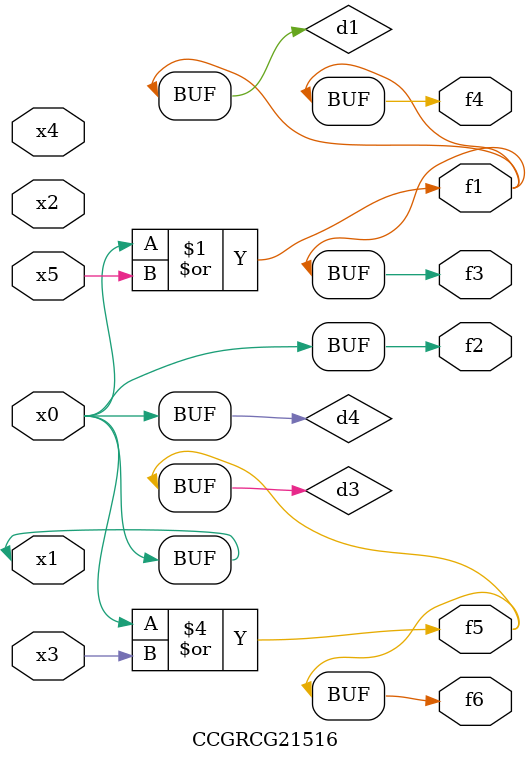
<source format=v>
module CCGRCG21516(
	input x0, x1, x2, x3, x4, x5,
	output f1, f2, f3, f4, f5, f6
);

	wire d1, d2, d3, d4;

	or (d1, x0, x5);
	xnor (d2, x1, x4);
	or (d3, x0, x3);
	buf (d4, x0, x1);
	assign f1 = d1;
	assign f2 = d4;
	assign f3 = d1;
	assign f4 = d1;
	assign f5 = d3;
	assign f6 = d3;
endmodule

</source>
